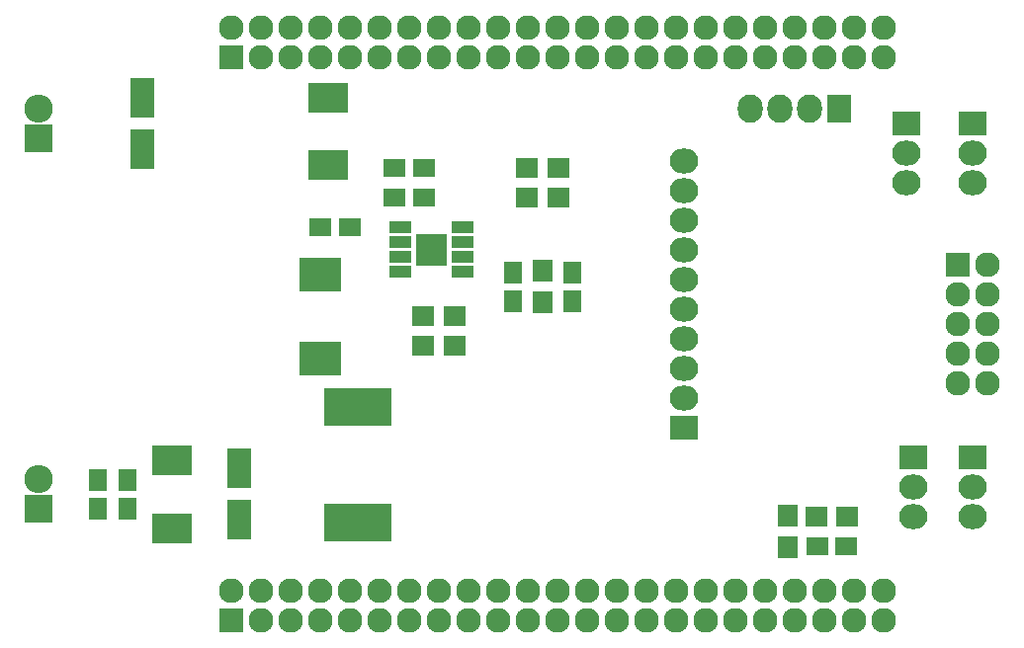
<source format=gbr>
G04 #@! TF.FileFunction,Soldermask,Top*
%FSLAX46Y46*%
G04 Gerber Fmt 4.6, Leading zero omitted, Abs format (unit mm)*
G04 Created by KiCad (PCBNEW 4.0.3-1.fc24-product) date Sun Feb 19 21:37:44 2017*
%MOMM*%
%LPD*%
G01*
G04 APERTURE LIST*
%ADD10C,0.100000*%
%ADD11R,2.432000X2.432000*%
%ADD12O,2.432000X2.432000*%
%ADD13R,2.127200X2.127200*%
%ADD14O,2.127200X2.127200*%
%ADD15R,2.127200X2.432000*%
%ADD16O,2.127200X2.432000*%
%ADD17R,2.432000X2.127200*%
%ADD18O,2.432000X2.127200*%
%ADD19R,1.900000X1.650000*%
%ADD20R,3.400000X2.600000*%
%ADD21R,1.650000X1.900000*%
%ADD22R,2.000200X3.399740*%
%ADD23R,3.600000X3.000000*%
%ADD24R,5.800040X3.300680*%
%ADD25R,1.900000X1.700000*%
%ADD26R,1.700000X1.900000*%
%ADD27R,1.950000X1.000000*%
%ADD28R,1.575000X1.575000*%
G04 APERTURE END LIST*
D10*
D11*
X27940000Y-36830000D03*
D12*
X27940000Y-34290000D03*
D11*
X27940000Y-68580000D03*
D12*
X27940000Y-66040000D03*
D13*
X44450000Y-78105000D03*
D14*
X44450000Y-75565000D03*
X46990000Y-78105000D03*
X46990000Y-75565000D03*
X49530000Y-78105000D03*
X49530000Y-75565000D03*
X52070000Y-78105000D03*
X52070000Y-75565000D03*
X54610000Y-78105000D03*
X54610000Y-75565000D03*
X57150000Y-78105000D03*
X57150000Y-75565000D03*
X59690000Y-78105000D03*
X59690000Y-75565000D03*
X62230000Y-78105000D03*
X62230000Y-75565000D03*
X64770000Y-78105000D03*
X64770000Y-75565000D03*
X67310000Y-78105000D03*
X67310000Y-75565000D03*
X69850000Y-78105000D03*
X69850000Y-75565000D03*
X72390000Y-78105000D03*
X72390000Y-75565000D03*
X74930000Y-78105000D03*
X74930000Y-75565000D03*
X77470000Y-78105000D03*
X77470000Y-75565000D03*
X80010000Y-78105000D03*
X80010000Y-75565000D03*
X82550000Y-78105000D03*
X82550000Y-75565000D03*
X85090000Y-78105000D03*
X85090000Y-75565000D03*
X87630000Y-78105000D03*
X87630000Y-75565000D03*
X90170000Y-78105000D03*
X90170000Y-75565000D03*
X92710000Y-78105000D03*
X92710000Y-75565000D03*
X95250000Y-78105000D03*
X95250000Y-75565000D03*
X97790000Y-78105000D03*
X97790000Y-75565000D03*
X100330000Y-78105000D03*
X100330000Y-75565000D03*
D13*
X44450000Y-29845000D03*
D14*
X44450000Y-27305000D03*
X46990000Y-29845000D03*
X46990000Y-27305000D03*
X49530000Y-29845000D03*
X49530000Y-27305000D03*
X52070000Y-29845000D03*
X52070000Y-27305000D03*
X54610000Y-29845000D03*
X54610000Y-27305000D03*
X57150000Y-29845000D03*
X57150000Y-27305000D03*
X59690000Y-29845000D03*
X59690000Y-27305000D03*
X62230000Y-29845000D03*
X62230000Y-27305000D03*
X64770000Y-29845000D03*
X64770000Y-27305000D03*
X67310000Y-29845000D03*
X67310000Y-27305000D03*
X69850000Y-29845000D03*
X69850000Y-27305000D03*
X72390000Y-29845000D03*
X72390000Y-27305000D03*
X74930000Y-29845000D03*
X74930000Y-27305000D03*
X77470000Y-29845000D03*
X77470000Y-27305000D03*
X80010000Y-29845000D03*
X80010000Y-27305000D03*
X82550000Y-29845000D03*
X82550000Y-27305000D03*
X85090000Y-29845000D03*
X85090000Y-27305000D03*
X87630000Y-29845000D03*
X87630000Y-27305000D03*
X90170000Y-29845000D03*
X90170000Y-27305000D03*
X92710000Y-29845000D03*
X92710000Y-27305000D03*
X95250000Y-29845000D03*
X95250000Y-27305000D03*
X97790000Y-29845000D03*
X97790000Y-27305000D03*
X100330000Y-29845000D03*
X100330000Y-27305000D03*
D13*
X106680000Y-47625000D03*
D14*
X109220000Y-47625000D03*
X106680000Y-50165000D03*
X109220000Y-50165000D03*
X106680000Y-52705000D03*
X109220000Y-52705000D03*
X106680000Y-55245000D03*
X109220000Y-55245000D03*
X106680000Y-57785000D03*
X109220000Y-57785000D03*
D15*
X96520000Y-34290000D03*
D16*
X93980000Y-34290000D03*
X91440000Y-34290000D03*
X88900000Y-34290000D03*
D17*
X107950000Y-35560000D03*
D18*
X107950000Y-38100000D03*
X107950000Y-40640000D03*
D17*
X102235000Y-35560000D03*
D18*
X102235000Y-38100000D03*
X102235000Y-40640000D03*
D17*
X102870000Y-64135000D03*
D18*
X102870000Y-66675000D03*
X102870000Y-69215000D03*
D17*
X107950000Y-64135000D03*
D18*
X107950000Y-66675000D03*
X107950000Y-69215000D03*
D17*
X83185000Y-61595000D03*
D18*
X83185000Y-59055000D03*
X83185000Y-56515000D03*
X83185000Y-53975000D03*
X83185000Y-51435000D03*
X83185000Y-48895000D03*
X83185000Y-46355000D03*
X83185000Y-43815000D03*
X83185000Y-41275000D03*
X83185000Y-38735000D03*
D19*
X58440000Y-41910000D03*
X60940000Y-41910000D03*
X58440000Y-39370000D03*
X60940000Y-39370000D03*
D20*
X52705000Y-39095000D03*
X52705000Y-33295000D03*
D21*
X68580000Y-48280000D03*
X68580000Y-50780000D03*
D20*
X39370000Y-70210000D03*
X39370000Y-64410000D03*
D21*
X35560000Y-68560000D03*
X35560000Y-66060000D03*
X33020000Y-68560000D03*
X33020000Y-66060000D03*
D22*
X36830000Y-37759640D03*
X36830000Y-33360360D03*
D21*
X73660000Y-48280000D03*
X73660000Y-50780000D03*
D19*
X52090000Y-44450000D03*
X54590000Y-44450000D03*
D22*
X45085000Y-69509640D03*
X45085000Y-65110360D03*
D23*
X52070000Y-55670000D03*
X52070000Y-48470000D03*
D24*
X55245000Y-59819540D03*
X55245000Y-69720460D03*
D25*
X69770000Y-39370000D03*
X72470000Y-39370000D03*
X72470000Y-41910000D03*
X69770000Y-41910000D03*
D26*
X71120000Y-48180000D03*
X71120000Y-50880000D03*
D25*
X63580000Y-52070000D03*
X60880000Y-52070000D03*
X60880000Y-54610000D03*
X63580000Y-54610000D03*
D26*
X92075000Y-69135000D03*
X92075000Y-71835000D03*
D25*
X94535000Y-69215000D03*
X97235000Y-69215000D03*
D27*
X58895000Y-44450000D03*
X58895000Y-45720000D03*
X58895000Y-46990000D03*
X58895000Y-48260000D03*
X64295000Y-48260000D03*
X64295000Y-46990000D03*
X64295000Y-45720000D03*
X64295000Y-44450000D03*
D28*
X62182500Y-46942500D03*
X62182500Y-45767500D03*
X61007500Y-46942500D03*
X61007500Y-45767500D03*
D19*
X94635000Y-71755000D03*
X97135000Y-71755000D03*
M02*

</source>
